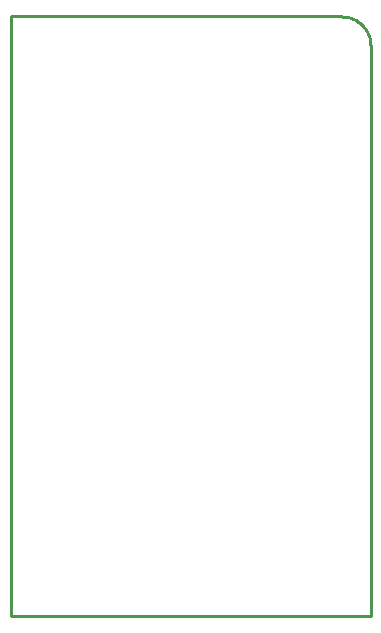
<source format=gbr>
G04 EAGLE Gerber RS-274X export*
G75*
%MOMM*%
%FSLAX34Y34*%
%LPD*%
%IN*%
%IPPOS*%
%AMOC8*
5,1,8,0,0,1.08239X$1,22.5*%
G01*
G04 Define Apertures*
%ADD10C,0.254000*%
D10*
X0Y0D02*
X304800Y0D01*
X304800Y482600D01*
X304703Y484814D01*
X304414Y487011D01*
X303935Y489174D01*
X303268Y491287D01*
X302420Y493335D01*
X301397Y495300D01*
X300206Y497169D01*
X298858Y498927D01*
X297361Y500561D01*
X295727Y502058D01*
X293969Y503406D01*
X292100Y504597D01*
X290135Y505620D01*
X288087Y506468D01*
X285974Y507135D01*
X283811Y507614D01*
X281614Y507903D01*
X279400Y508000D01*
X0Y508000D01*
X0Y0D01*
M02*

</source>
